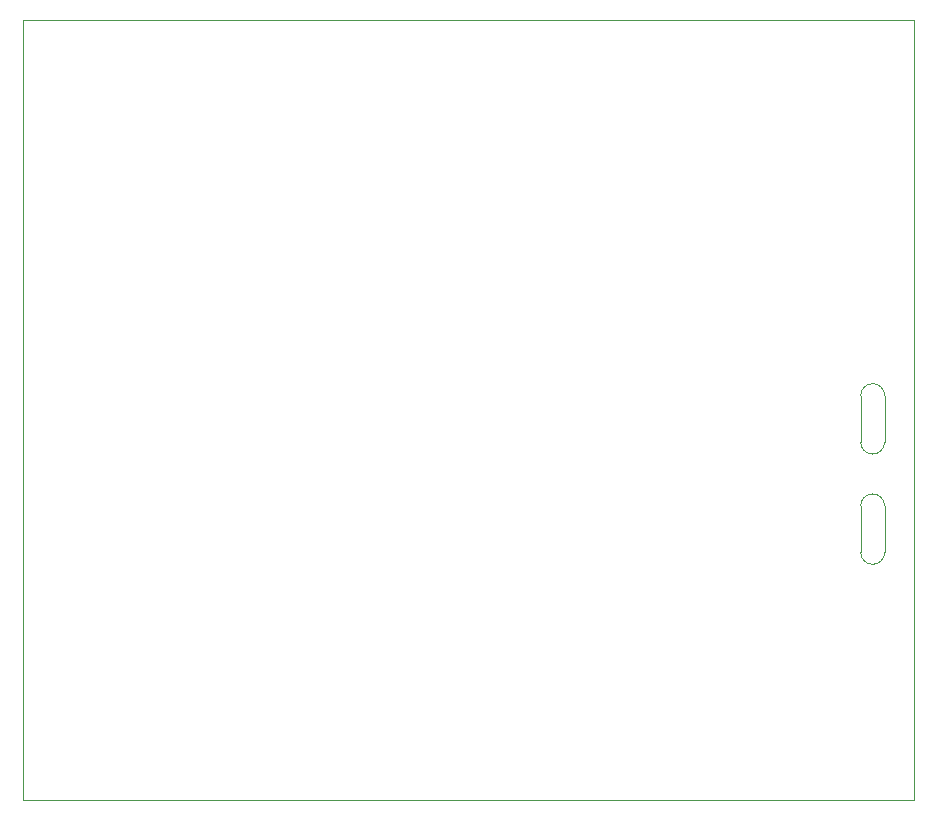
<source format=gbr>
%TF.GenerationSoftware,KiCad,Pcbnew,5.1.4*%
%TF.CreationDate,2019-11-11T17:46:09+01:00*%
%TF.ProjectId,followsun-hardware,666f6c6c-6f77-4737-956e-2d6861726477,rev?*%
%TF.SameCoordinates,Original*%
%TF.FileFunction,Profile,NP*%
%FSLAX46Y46*%
G04 Gerber Fmt 4.6, Leading zero omitted, Abs format (unit mm)*
G04 Created by KiCad (PCBNEW 5.1.4) date 2019-11-11 17:46:09*
%MOMM*%
%LPD*%
G04 APERTURE LIST*
%ADD10C,0.050000*%
%ADD11C,0.100000*%
G04 APERTURE END LIST*
D10*
X205041500Y-68389501D02*
G75*
G02X207073500Y-68389500I1016000J1D01*
G01*
X205041500Y-72326500D02*
X205041500Y-68389501D01*
X207073500Y-68389500D02*
X207073500Y-72326499D01*
X207073500Y-72326499D02*
G75*
G02X205041500Y-72326500I-1016000J-1D01*
G01*
X207073500Y-77724000D02*
X207073500Y-81660999D01*
X205041500Y-81661000D02*
X205041500Y-77724001D01*
X207073500Y-81660999D02*
G75*
G02X205041500Y-81661000I-1016000J-1D01*
G01*
X205041500Y-77724001D02*
G75*
G02X207073500Y-77724000I1016000J1D01*
G01*
D11*
X134112000Y-102616000D02*
X209550000Y-102616000D01*
X134112000Y-36576000D02*
X134112000Y-102616000D01*
X209550000Y-36576000D02*
X134112000Y-36576000D01*
X209550000Y-102616000D02*
X209550000Y-36576000D01*
M02*

</source>
